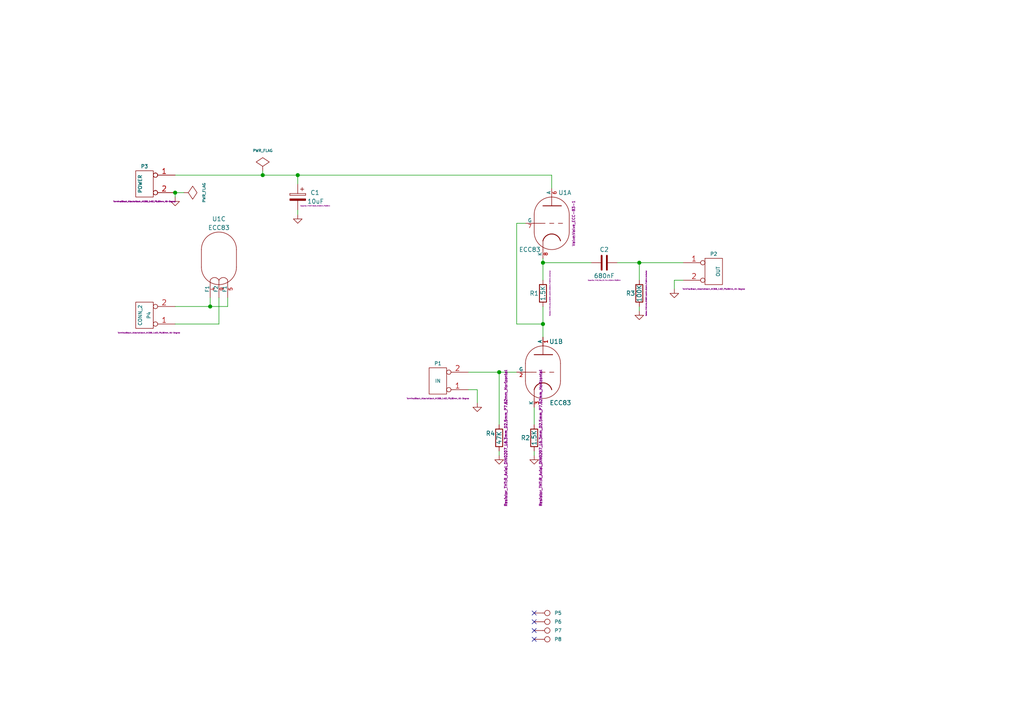
<source format=kicad_sch>
(kicad_sch (version 20211123) (generator eeschema)
  (paper "A4")
  (title_block (title "ECC Push-Pull") (date "Sat 21 Mar 2015") (rev "0.1"))
  (lib_symbols
    (symbol "ecc83_schlib:C" (pin_numbers hide) (pin_names (offset 0.254))
      (property "Reference" "C" (at 0.635 2.54 0))
      (property "Value" "C" (at 0.635 -2.54 0))
      (symbol "C_0_1"
        (polyline (pts (xy -2.032 -0.762) (xy 2.032 -0.762)) (stroke (width 0.508)))
        (polyline (pts (xy -2.032 0.762) (xy 2.032 0.762)) (stroke (width 0.508)))
      )
      (symbol "C_1_1"
        (pin passive line (at 0 3.81 270) (length 2.794) (name "~") (number "1"))
        (pin passive line (at 0 -3.81 90) (length 2.794) (name "~") (number "2"))
      )
    )
    (symbol "ecc83_schlib:CONN_1" (pin_numbers hide) (pin_names (offset 0.762) hide)
      (property "Reference" "P" (at 2.032 0 0))
      (property "Footprint" "MountingHole:MountingHole_3.2mm_M3_DIN965_Pad" (at 0 -1.27 0))
      (symbol "CONN_1_0_1"
        (polyline (pts (xy -0.762 0) (xy -1.27 0)))
        (circle (center 0 0) (radius 0.7874))
      )
      (symbol "CONN_1_1_1"
        (pin passive line (at -3.81 0 0) (length 2.54) (name "1") (number "1"))
      )
    )
    (symbol "ecc83_schlib:CONN_2" (pin_names (offset 1.016) hide)
      (property "Reference" "P" (at -1.27 0 90))
      (property "Value" "CONN_2" (at 1.27 0 90))
      (symbol "CONN_2_0_1"
        (rectangle (start -2.54 3.81) (end 2.54 -3.81))
      )
      (symbol "CONN_2_1_1"
        (pin passive inverted (at -8.89 2.54 0) (length 6.35) (name "P1") (number "1"))
        (pin passive inverted (at -8.89 -2.54 0) (length 6.35) (name "PM") (number "2"))
      )
    )
    (symbol "ecc83_schlib:CP" (pin_numbers hide) (pin_names (offset 0.254))
      (property "Reference" "C" (at 0.635 2.54 0))
      (property "Value" "CP" (at 0.635 -2.54 0))
      (symbol "CP_0_1"
        (rectangle (start -2.286 0.508) (end -2.286 1.016))
        (rectangle (start -2.286 0.508) (end 2.286 0.508))
        (polyline (pts (xy -1.778 2.286) (xy -0.762 2.286)))
        (polyline (pts (xy -1.27 2.794) (xy -1.27 1.778)))
        (rectangle (start 2.286 -0.508) (end -2.286 -1.016) (fill (type outline)))
        (rectangle (start 2.286 1.016) (end -2.286 1.016))
        (rectangle (start 2.286 1.016) (end 2.286 0.508))
      )
      (symbol "CP_1_1"
        (pin passive line (at 0 3.81 270) (length 2.794) (name "~") (number "1"))
        (pin passive line (at 0 -3.81 90) (length 2.794) (name "~") (number "2"))
      )
    )
    (symbol "ecc83_schlib:ECC83" (pin_names (offset 0))
      (property "Reference" "U" (at 3.302 7.874 0))
      (property "Value" "ECC83" (at 8.89 -7.62 0))
      (symbol "ECC83_0_1"
        (arc (start -5.08 -2.54) (mid 0 -7.62) (end 5.08 -2.54))
        (polyline (pts (xy 5.08 2.54) (xy 5.08 -2.54)))
        (polyline (pts (xy -5.08 2.54) (xy -5.08 -2.54) (xy -5.08 -2.54)))
        (arc (start 5.08 2.54) (mid 0 7.62) (end -5.08 2.54))
      )
      (symbol "ECC83_1_0"
        (polyline (pts (xy -2.54 -5.08) (xy -2.54 -7.62)))
        (polyline (pts (xy 0 5.08) (xy 0 7.62)))
      )
      (symbol "ECC83_1_1"
        (polyline (pts (xy -5.08 0) (xy -3.175 0)))
        (polyline (pts (xy -1.905 0) (xy -3.175 0)) (stroke (width 0.1524)))
        (polyline (pts (xy -0.635 0) (xy 0.635 0)) (stroke (width 0.1524)))
        (polyline (pts (xy 1.905 0) (xy 3.175 0)) (stroke (width 0.1524)))
        (polyline (pts (xy -2.54 5.08) (xy 2.794 5.08) (xy 2.794 5.08)) (stroke (width 0.254)))
        (arc (start 2.54 -5.08) (mid 0 -3.0968) (end -2.54 -5.08) (stroke (width 0.254)))
        (pin passive line (at 0 10.16 270) (length 2.54) (name "A") (number "6"))
        (pin input line (at -7.62 0 0) (length 2.54) (name "G") (number "7"))
        (pin passive line (at -2.54 -10.16 90) (length 2.54) (name "K") (number "8"))
      )
      (symbol "ECC83_2_0"
        (polyline (pts (xy -2.54 -5.08) (xy -2.54 -7.62)))
        (polyline (pts (xy 0 5.08) (xy 0 7.62)))
      )
      (symbol "ECC83_2_1"
        (polyline (pts (xy -5.08 0) (xy -3.175 0)))
        (polyline (pts (xy -1.905 0) (xy -3.175 0)) (stroke (width 0.1524)))
        (polyline (pts (xy -0.635 0) (xy 0.635 0)) (stroke (width 0.1524)))
        (polyline (pts (xy 1.905 0) (xy 3.175 0)) (stroke (width 0.1524)))
        (polyline (pts (xy -2.54 5.08) (xy 2.794 5.08) (xy 2.794 5.08)) (stroke (width 0.254)))
        (arc (start 2.54 -5.08) (mid 0 -3.0968) (end -2.54 -5.08) (stroke (width 0.254)))
        (pin passive line (at 0 10.16 270) (length 2.54) (name "A") (number "1"))
        (pin input line (at -7.62 0 0) (length 2.54) (name "G") (number "2"))
        (pin passive line (at -2.54 -10.16 90) (length 2.54) (name "K") (number "3"))
      )
      (symbol "ECC83_3_1"
        (arc (start 0 -6.35) (mid -1.27 -5.5651) (end -2.54 -6.35))
        (arc (start 2.54 -6.35) (mid 1.27 -5.5651) (end 0 -6.35))
        (pin input line (at -2.54 -11.43 90) (length 5.08) (name "F1") (number "4"))
        (pin input line (at 2.54 -11.43 90) (length 5.08) (name "F1") (number "5"))
        (pin input line (at 0 -11.43 90) (length 5.08) (name "F2") (number "9"))
      )
    )
    (symbol "ecc83_schlib:GND" (power) (pin_names (offset 0))
      (property "Value" "GND" (at 0 -3.81 0))
      (symbol "GND_0_1"
        (polyline (pts (xy 0 0) (xy 0 -1.27) (xy 1.27 -1.27) (xy 0 -2.54) (xy -1.27 -1.27) (xy 0 -1.27)))
      )
      (symbol "GND_1_1"
        (pin power_in line (at 0 0 270) (length 0) hide (name "GND") (number "1"))
      )
    )
    (symbol "ecc83_schlib:PWR_FLAG" (power) (pin_numbers hide) (pin_names (offset 0) hide)
      (property "Value" "PWR_FLAG" (at 0 4.572 0))
      (symbol "PWR_FLAG_0_0"
        (pin power_out line (at 0 0 90) (length 0) (name "pwr") (number "1"))
      )
      (symbol "PWR_FLAG_0_1"
        (polyline (pts (xy 0 0) (xy 0 1.27) (xy -1.905 2.54) (xy 0 3.81) (xy 1.905 2.54) (xy 0 1.27)))
      )
    )
    (symbol "ecc83_schlib:R" (pin_numbers hide) (pin_names (offset 0))
      (property "Reference" "R" (at 2.032 0 90))
      (property "Value" "R" (at 0 0 90))
      (symbol "R_0_1"
        (rectangle (start -1.016 -2.54) (end 1.016 2.54) (stroke (width 0.254)))
      )
      (symbol "R_1_1"
        (pin passive line (at 0 3.81 270) (length 1.27) (name "~") (number "1"))
        (pin passive line (at 0 -3.81 90) (length 1.27) (name "~") (number "2"))
      )
    )
  )
  (junction (at 76.2 50.8) (diameter 1.016))
  (junction (at 185.42 76.2) (diameter 1.016))
  (junction (at 86.36 50.8) (diameter 1.016))
  (junction (at 60.96 88.9) (diameter 1.016))
  (junction (at 144.78 107.95) (diameter 1.016))
  (junction (at 50.8 55.88) (diameter 1.016))
  (junction (at 157.48 93.98) (diameter 1.016))
  (junction (at 157.48 76.2) (diameter 1.016))
  (no_connect (at 154.94 177.8))
  (no_connect (at 154.94 180.34))
  (no_connect (at 154.94 185.42))
  (no_connect (at 154.94 182.88))
  (wire (pts (xy 185.42 76.2) (xy 198.12 76.2)))
  (wire (pts (xy 198.12 81.28) (xy 195.58 81.28)))
  (wire (pts (xy 86.36 53.34) (xy 86.36 50.8)))
  (wire (pts (xy 195.58 81.28) (xy 195.58 83.82)))
  (wire (pts (xy 138.43 116.84) (xy 138.43 113.03)))
  (wire (pts (xy 144.78 107.95) (xy 144.78 123.19)))
  (wire (pts (xy 50.8 57.15) (xy 50.8 55.88)))
  (wire (pts (xy 157.48 76.2) (xy 157.48 81.28)))
  (wire (pts (xy 149.86 64.77) (xy 149.86 93.98)))
  (wire (pts (xy 185.42 76.2) (xy 185.42 81.28)))
  (wire (pts (xy 86.36 50.8) (xy 160.02 50.8)))
  (wire (pts (xy 50.8 50.8) (xy 76.2 50.8)))
  (wire (pts (xy 171.45 76.2) (xy 157.48 76.2)))
  (wire (pts (xy 138.43 113.03) (xy 135.89 113.03)))
  (wire (pts (xy 179.07 76.2) (xy 185.42 76.2)))
  (wire (pts (xy 60.96 88.9) (xy 60.96 86.36)))
  (wire (pts (xy 76.2 49.53) (xy 76.2 50.8)))
  (wire (pts (xy 157.48 74.93) (xy 157.48 76.2)))
  (wire (pts (xy 63.5 93.98) (xy 50.8 93.98)))
  (wire (pts (xy 86.36 62.23) (xy 86.36 60.96)))
  (wire (pts (xy 53.34 55.88) (xy 50.8 55.88)))
  (wire (pts (xy 63.5 86.36) (xy 63.5 93.98)))
  (wire (pts (xy 50.8 88.9) (xy 60.96 88.9)))
  (wire (pts (xy 149.86 93.98) (xy 157.48 93.98)))
  (wire (pts (xy 157.48 93.98) (xy 157.48 97.79)))
  (wire (pts (xy 135.89 107.95) (xy 144.78 107.95)))
  (wire (pts (xy 160.02 50.8) (xy 160.02 54.61)))
  (wire (pts (xy 154.94 130.81) (xy 154.94 132.08)))
  (wire (pts (xy 152.4 64.77) (xy 149.86 64.77)))
  (wire (pts (xy 157.48 88.9) (xy 157.48 93.98)))
  (wire (pts (xy 144.78 130.81) (xy 144.78 132.08)))
  (wire (pts (xy 76.2 50.8) (xy 86.36 50.8)))
  (wire (pts (xy 66.04 88.9) (xy 66.04 86.36)))
  (wire (pts (xy 154.94 118.11) (xy 154.94 123.19)))
  (wire (pts (xy 185.42 90.17) (xy 185.42 88.9)))
  (wire (pts (xy 60.96 88.9) (xy 66.04 88.9)))
  (wire (pts (xy 144.78 107.95) (xy 149.86 107.95)))
  (symbol (lib_id "ecc83_schlib:R") (at 157.48 85.09 180) (unit 1)
    (property "Reference" "R1" (at 154.94 85.09 0))
    (property "Value" "1.5K" (at 157.48 85.09 90))
    (property "Footprint" "Resistor_THT:R_Axial_DIN0207_L6.3mm_D2.5mm_P7.62mm_Horizontal" (at 159.512 85.0392 90) (effects (font (size 0.254 0.254))))
  )
  (symbol (lib_id "ecc83_schlib:R") (at 154.94 127 0) (unit 1)
    (property "Reference" "R2" (at 152.4 127 0))
    (property "Value" "1.5K" (at 154.94 127 90))
    (property "Footprint" "Resistor_THT:R_Axial_DIN0207_L6.3mm_D2.5mm_P7.62mm_Horizontal" (at 156.8196 127 90) (effects (font (size 0.762 0.762))))
  )
  (symbol (lib_id "ecc83_schlib:R") (at 144.78 127 0) (unit 1)
    (property "Reference" "R4" (at 142.24 125.73 0))
    (property "Value" "47K" (at 144.78 127 90))
    (property "Footprint" "Resistor_THT:R_Axial_DIN0207_L6.3mm_D2.5mm_P7.62mm_Horizontal" (at 146.7104 127.0508 90) (effects (font (size 0.762 0.762))))
  )
  (symbol (lib_id "ecc83_schlib:R") (at 185.42 85.09 0) (unit 1)
    (property "Reference" "R3" (at 182.88 85.09 0))
    (property "Value" "100K" (at 185.42 85.09 90))
    (property "Footprint" "Resistor_THT:R_Axial_DIN0207_L6.3mm_D2.5mm_P7.62mm_Horizontal" (at 187.4266 85.09 90) (effects (font (size 0.254 0.254))))
  )
  (symbol (lib_id "ecc83_schlib:C") (at 175.26 76.2 270) (unit 1)
    (property "Reference" "C2" (at 175.26 72.39 90))
    (property "Value" "680nF" (at 175.26 80.01 90))
    (property "Footprint" "Capacitor_THT:C_Disc_D4.7mm_W2.5mm_P5.00mm" (at 175.26 81.28 90) (effects (font (size 0.254 0.254))))
  )
  (symbol (lib_id "ecc83_schlib:CONN_2") (at 127 110.49 180) (unit 1)
    (property "Reference" "P1" (at 127 105.41 0) (effects (font (size 1.016 1.016))))
    (property "Value" "IN" (at 127 110.49 0) (effects (font (size 1.016 1.016))))
    (property "Footprint" "TerminalBlock_Altech:Altech_AK300_1x02_P5.00mm_45-Degree" (at 127 115.57 0) (effects (font (size 0.381 0.381))))
  )
  (symbol (lib_id "ecc83_schlib:CONN_2") (at 207.01 78.74 0) (unit 1)
    (property "Reference" "P2" (at 207.01 73.66 0) (effects (font (size 1.016 1.016))))
    (property "Value" "OUT" (at 208.28 78.74 90) (effects (font (size 1.016 1.016))))
    (property "Footprint" "TerminalBlock_Altech:Altech_AK300_1x02_P5.00mm_45-Degree" (at 207.01 83.82 0) (effects (font (size 0.381 0.381))))
  )
  (symbol (lib_id "ecc83_schlib:CONN_2") (at 41.91 53.34 0) (mirror y) (unit 1)
    (property "Reference" "P3" (at 41.91 48.26 0) (effects (font (size 1.016 1.016))))
    (property "Value" "POWER" (at 40.64 53.34 90) (effects (font (size 1.016 1.016))))
    (property "Footprint" "TerminalBlock_Altech:Altech_AK300_1x02_P5.00mm_45-Degree" (at 41.91 58.42 0) (effects (font (size 0.381 0.381))))
  )
  (symbol (lib_id "ecc83_schlib:CP") (at 86.36 57.15 0) (mirror y) (unit 1)
    (property "Reference" "C1" (at 92.71 55.88 0) (effects (justify left)))
    (property "Value" "10uF" (at 93.98 58.42 0) (effects (justify left)))
    (property "Footprint" "Capacitor_THT:CP_Radial_D10.0mm_P5.00mm" (at 91.44 59.69 0) (effects (font (size 0.254 0.254))))
  )
  (symbol (lib_id "ecc83_schlib:CONN_2") (at 41.91 91.44 180) (unit 1)
    (property "Reference" "P4" (at 43.18 91.44 90) (effects (font (size 1.016 1.016))))
    (property "Value" "CONN_2" (at 40.64 91.44 90) (effects (font (size 1.016 1.016))))
    (property "Footprint" "TerminalBlock_Altech:Altech_AK300_1x02_P5.00mm_45-Degree" (at 43.18 96.52 0) (effects (font (size 0.381 0.381))))
  )
  (symbol (lib_id "ecc83_schlib:PWR_FLAG") (at 53.34 55.88 270) (unit 1)
    (property "Reference" "#FLG05" (effects hide))
    (property "Value" "PWR_FLAG" (at 59.182 55.88 0) (effects (font (size 0.762 0.762))))
  )
  (symbol (lib_id "ecc83_schlib:GND") (at 144.78 132.08 0) (unit 1)
    (property "Reference" "#PWR04" (effects hide))
    (property "Value" "GND" (effects hide))
  )
  (symbol (lib_id "ecc83_schlib:GND") (at 154.94 132.08 0) (unit 1)
    (property "Reference" "#PWR03" (effects hide))
    (property "Value" "GND" (effects hide))
  )
  (symbol (lib_id "ecc83_schlib:GND") (at 185.42 90.17 0) (unit 1)
    (property "Reference" "#PWR02" (effects hide))
    (property "Value" "GND" (effects hide))
  )
  (symbol (lib_id "ecc83_schlib:GND") (at 195.58 83.82 0) (unit 1)
    (property "Reference" "#PWR01" (effects hide))
    (property "Value" "GND" (effects hide))
  )
  (symbol (lib_id "ecc83_schlib:ECC83") (at 160.02 64.77 0) (unit 1)
    (property "Reference" "U1" (at 163.83 55.88 0))
    (property "Value" "ECC83" (at 153.67 72.39 0))
    (property "Footprint" "Valve:Valve_ECC-83-1" (at 166.37 64.77 90) (effects (font (size 0.762 0.762))))
  )
  (symbol (lib_id "ecc83_schlib:ECC83") (at 157.48 107.95 0) (unit 2)
    (property "Reference" "U1" (at 161.29 99.06 0))
    (property "Value" "ECC83" (at 162.56 116.84 0))
    (property "Footprint" "Valve:Valve_ECC-83-1" (effects hide))
  )
  (symbol (lib_id "ecc83_schlib:ECC83") (at 63.5 74.93 0) (unit 3)
    (property "Reference" "U1" (at 63.5 63.5 0))
    (property "Value" "ECC83" (at 63.5 66.04 0))
    (property "Footprint" "Valve:Valve_ECC-83-1" (effects hide))
  )
  (symbol (lib_id "ecc83_schlib:GND") (at 86.36 62.23 0) (mirror y) (unit 1)
    (property "Reference" "#PWR06" (effects hide))
    (property "Value" "GND" (effects hide))
  )
  (symbol (lib_id "ecc83_schlib:CONN_1") (at 158.75 177.8 0) (unit 1)
    (property "Reference" "P5" (at 160.782 177.8 0) (effects (font (size 1.016 1.016)) (justify left)))
    (property "Value" "MOUNTING_HOLE" (effects hide))
    (property "Footprint" "MountingHole:MountingHole_3.2mm_M3_DIN965_Pad" (effects hide))
  )
  (symbol (lib_id "ecc83_schlib:CONN_1") (at 158.75 180.34 0) (unit 1)
    (property "Reference" "P6" (at 160.782 180.34 0) (effects (font (size 1.016 1.016)) (justify left)))
    (property "Value" "MOUNTING_HOLE" (effects hide))
    (property "Footprint" "MountingHole:MountingHole_3.2mm_M3_DIN965_Pad" (effects hide))
  )
  (symbol (lib_id "ecc83_schlib:CONN_1") (at 158.75 182.88 0) (unit 1)
    (property "Reference" "P7" (at 160.782 182.88 0) (effects (font (size 1.016 1.016)) (justify left)))
    (property "Value" "MOUNTING_HOLE" (effects hide))
    (property "Footprint" "MountingHole:MountingHole_3.2mm_M3_DIN965_Pad" (effects hide))
  )
  (symbol (lib_id "ecc83_schlib:CONN_1") (at 158.75 185.42 0) (unit 1)
    (property "Reference" "P8" (at 160.782 185.42 0) (effects (font (size 1.016 1.016)) (justify left)))
    (property "Value" "MOUNTING_HOLE" (effects hide))
    (property "Footprint" "MountingHole:MountingHole_3.2mm_M3_DIN965_Pad" (effects hide))
  )
  (symbol (lib_id "ecc83_schlib:PWR_FLAG") (at 76.2 49.53 0) (unit 1)
    (property "Reference" "#FLG07" (effects hide))
    (property "Value" "PWR_FLAG" (at 76.2 43.688 0) (effects (font (size 0.762 0.762))))
  )
  (symbol (lib_id "ecc83_schlib:GND") (at 50.8 57.15 0) (mirror y) (unit 1)
    (property "Reference" "#PWR08" (effects hide))
    (property "Value" "GND" (effects hide))
  )
  (symbol (lib_id "ecc83_schlib:GND") (at 138.43 116.84 0) (unit 1)
    (property "Reference" "#PWR09" (effects hide))
    (property "Value" "GND" (effects hide))
  )
)
</source>
